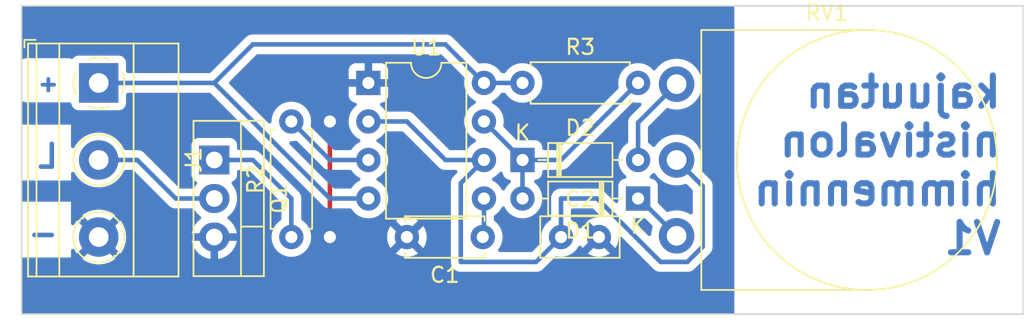
<source format=kicad_pcb>
(kicad_pcb (version 20221018) (generator pcbnew)
  (layers (0 "F.Cu" jumper) (31 "B.Cu" signal) (34 "B.Paste" user) (35 "F.Paste" user) (36 "B.SilkS" user "B.Silkscreen") (37 "F.SilkS" user "F.Silkscreen") (38 "B.Mask" user) (39 "F.Mask" user) (44 "Edge.Cuts" user))
  (net 0 "")
  (net 1 "Net-(U1-CV)")
  (net 2 "GND")
  (net 3 "Net-(U1-THR)")
  (net 4 "Net-(D1-K)")
  (net 5 "Net-(D1-A)")
  (net 6 "Net-(D2-A)")
  (net 7 "Net-(J1-Pin_2)")
  (net 8 "VCC")
  (net 9 "Net-(Q1-G)")
  (net 10 "Net-(U1-Q)")
  (footprint "Package_DIP:DIP-8_W7.62mm" (layer "F.Cu") (at 162.56 88.9)
    (fp_text reference "U1" (at 3.81 -2.33) (layer "F.SilkS"))
    (fp_text value "LM555xN")
    (fp_line (start 1.16 -1.33) (end 1.16 8.95) (stroke (width 0.12)) (layer "F.SilkS"))
    (fp_line (start 1.16 8.95) (end 6.46 8.95) (stroke (width 0.12)) (layer "F.SilkS"))
    (fp_line (start 2.81 -1.33) (end 1.16 -1.33) (stroke (width 0.12)) (layer "F.SilkS"))
    (fp_line (start 6.46 -1.33) (end 4.81 -1.33) (stroke (width 0.12)) (layer "F.SilkS"))
    (fp_line (start 6.46 8.95) (end 6.46 -1.33) (stroke (width 0.12)) (layer "F.SilkS"))
    (fp_arc (start 4.81 -1.33) (mid 3.81 -0.33) (end 2.81 -1.33) (stroke (width 0.12)) (layer "F.SilkS"))
    (pad "1" thru_hole rect (at 0 0) (size 1.6 1.6) (drill 0.8) (layers "*.Cu" "*.Mask") (net 2 "GND"))
    (pad "2" thru_hole oval (at 0 2.54) (size 1.6 1.6) (drill 0.8) (layers "*.Cu" "*.Mask") (net 3 "Net-(U1-THR)"))
    (pad "3" thru_hole oval (at 0 5.08) (size 1.6 1.6) (drill 0.8) (layers "*.Cu" "*.Mask") (net 10 "Net-(U1-Q)"))
    (pad "4" thru_hole oval (at 0 7.62) (size 1.6 1.6) (drill 0.8) (layers "*.Cu" "*.Mask") (net 8 "VCC"))
    (pad "5" thru_hole oval (at 7.62 7.62) (size 1.6 1.6) (drill 0.8) (layers "*.Cu" "*.Mask") (net 1 "Net-(U1-CV)"))
    (pad "6" thru_hole oval (at 7.62 5.08) (size 1.6 1.6) (drill 0.8) (layers "*.Cu" "*.Mask") (net 3 "Net-(U1-THR)"))
    (pad "7" thru_hole oval (at 7.62 2.54) (size 1.6 1.6) (drill 0.8) (layers "*.Cu" "*.Mask") (net 5 "Net-(D1-A)"))
    (pad "8" thru_hole oval (at 7.62 0) (size 1.6 1.6) (drill 0.8) (layers "*.Cu" "*.Mask") (net 8 "VCC"))
  )
  (footprint "Capacitor_THT:C_Disc_D5.0mm_W2.5mm_P5.00mm" (layer "F.Cu") (at 170.1 99.06 180)
    (fp_text reference "C1" (at 2.5 -2.5 180) (layer "F.SilkS"))
    (fp_text value "0.01µ")
    (fp_line (start -0.12 -1.37) (end -0.12 -1.055) (stroke (width 0.12)) (layer "F.SilkS"))
    (fp_line (start -0.12 -1.37) (end 5.12 -1.37) (stroke (width 0.12)) (layer "F.SilkS"))
    (fp_line (start -0.12 1.055) (end -0.12 1.37) (stroke (width 0.12)) (layer "F.SilkS"))
    (fp_line (start -0.12 1.37) (end 5.12 1.37) (stroke (width 0.12)) (layer "F.SilkS"))
    (fp_line (start 5.12 -1.37) (end 5.12 -1.055) (stroke (width 0.12)) (layer "F.SilkS"))
    (fp_line (start 5.12 1.055) (end 5.12 1.37) (stroke (width 0.12)) (layer "F.SilkS"))
    (pad "1" thru_hole circle (at 0 0 180) (size 1.6 1.6) (drill 0.8) (layers "*.Cu" "*.Mask") (net 1 "Net-(U1-CV)"))
    (pad "2" thru_hole circle (at 5 0 180) (size 1.6 1.6) (drill 0.8) (layers "*.Cu" "*.Mask") (net 2 "GND"))
  )
  (footprint "Resistor_THT:R_Axial_DIN0207_L6.3mm_D2.5mm_P7.62mm_Horizontal" (layer "F.Cu") (at 172.72 88.9)
    (fp_text reference "R3" (at 3.81 -2.37) (layer "F.SilkS"))
    (fp_text value "1K")
    (fp_line (start 0.54 -1.37) (end 7.08 -1.37) (stroke (width 0.12)) (layer "F.SilkS"))
    (fp_line (start 0.54 -1.04) (end 0.54 -1.37) (stroke (width 0.12)) (layer "F.SilkS"))
    (fp_line (start 0.54 1.04) (end 0.54 1.37) (stroke (width 0.12)) (layer "F.SilkS"))
    (fp_line (start 0.54 1.37) (end 7.08 1.37) (stroke (width 0.12)) (layer "F.SilkS"))
    (fp_line (start 7.08 -1.37) (end 7.08 -1.04) (stroke (width 0.12)) (layer "F.SilkS"))
    (fp_line (start 7.08 1.37) (end 7.08 1.04) (stroke (width 0.12)) (layer "F.SilkS"))
    (pad "1" thru_hole circle (at 0 0) (size 1.6 1.6) (drill 0.8) (layers "*.Cu" "*.Mask") (net 8 "VCC"))
    (pad "2" thru_hole oval (at 7.62 0) (size 1.6 1.6) (drill 0.8) (layers "*.Cu" "*.Mask") (net 5 "Net-(D1-A)"))
  )
  (footprint "TerminalBlock_Phoenix:TerminalBlock_Phoenix_MKDS-1,5-3-5.08_1x03_P5.08mm_Horizontal" (layer "F.Cu") (at 144.78 88.9 -90)
    (fp_text reference "J1" (at 5.08 -6.26 90) (layer "F.SilkS"))
    (fp_text value "Screw_Terminal_01x03")
    (fp_line (start -2.84 4.16) (end -2.84 4.9) (stroke (width 0.12)) (layer "F.SilkS"))
    (fp_line (start -2.84 4.9) (end -2.34 4.9) (stroke (width 0.12)) (layer "F.SilkS"))
    (fp_line (start -2.6 -5.261) (end -2.6 4.66) (stroke (width 0.12)) (layer "F.SilkS"))
    (fp_line (start -2.6 -5.261) (end 12.76 -5.261) (stroke (width 0.12)) (layer "F.SilkS"))
    (fp_line (start -2.6 -2.301) (end 12.76 -2.301) (stroke (width 0.12)) (layer "F.SilkS"))
    (fp_line (start -2.6 2.6) (end 12.76 2.6) (stroke (width 0.12)) (layer "F.SilkS"))
    (fp_line (start -2.6 4.1) (end 12.76 4.1) (stroke (width 0.12)) (layer "F.SilkS"))
    (fp_line (start -2.6 4.66) (end 12.76 4.66) (stroke (width 0.12)) (layer "F.SilkS"))
    (fp_line (start 3.853 1.023) (end 3.806 1.069) (stroke (width 0.12)) (layer "F.SilkS"))
    (fp_line (start 4.046 1.239) (end 4.011 1.274) (stroke (width 0.12)) (layer "F.SilkS"))
    (fp_line (start 6.15 -1.275) (end 6.115 -1.239) (stroke (width 0.12)) (layer "F.SilkS"))
    (fp_line (start 6.355 -1.069) (end 6.308 -1.023) (stroke (width 0.12)) (layer "F.SilkS"))
    (fp_line (start 8.933 1.023) (end 8.886 1.069) (stroke (width 0.12)) (layer "F.SilkS"))
    (fp_line (start 9.126 1.239) (end 9.091 1.274) (stroke (width 0.12)) (layer "F.SilkS"))
    (fp_line (start 11.23 -1.275) (end 11.195 -1.239) (stroke (width 0.12)) (layer "F.SilkS"))
    (fp_line (start 11.435 -1.069) (end 11.388 -1.023) (stroke (width 0.12)) (layer "F.SilkS"))
    (fp_line (start 12.76 -5.261) (end 12.76 4.66) (stroke (width 0.12)) (layer "F.SilkS"))
    (fp_arc (start -1.535427 0.683042) (mid -1.680501 -0.000524) (end -1.535 -0.684) (stroke (width 0.12)) (layer "F.SilkS"))
    (fp_arc (start -0.683042 -1.535427) (mid 0.000524 -1.680501) (end 0.684 -1.535) (stroke (width 0.12)) (layer "F.SilkS"))
    (fp_arc (start 0.028805 1.680253) (mid -0.335551 1.646659) (end -0.684 1.535) (stroke (width 0.12)) (layer "F.SilkS"))
    (fp_arc (start 0.683318 1.534756) (mid 0.349292 1.643288) (end 0 1.68) (stroke (width 0.12)) (layer "F.SilkS"))
    (fp_arc (start 1.535427 -0.683042) (mid 1.680501 0.000524) (end 1.535 0.684) (stroke (width 0.12)) (layer "F.SilkS"))
    (fp_circle (center 5.08 0) (end 6.76 0) (stroke (width 0.12)) (fill none) (layer "F.SilkS"))
    (fp_circle (center 10.16 0) (end 11.84 0) (stroke (width 0.12)) (fill none) (layer "F.SilkS"))
    (pad "1" thru_hole rect (at 0 0 270) (size 2.6 2.6) (drill 1.3) (layers "*.Cu" "*.Mask") (net 8 "VCC"))
    (pad "2" thru_hole circle (at 5.08 0 270) (size 2.6 2.6) (drill 1.3) (layers "*.Cu" "*.Mask") (net 7 "Net-(J1-Pin_2)"))
    (pad "3" thru_hole circle (at 10.16 0 270) (size 2.6 2.6) (drill 1.3) (layers "*.Cu" "*.Mask") (net 2 "GND"))
  )
  (footprint "Capacitor_THT:C_Disc_D5.0mm_W2.5mm_P2.50mm" (layer "F.Cu") (at 175.26 99.06)
    (fp_text reference "C2" (at 1.25 -2.5) (layer "F.SilkS"))
    (fp_text value "0.1µ")
    (fp_line (start -1.37 -1.37) (end -1.37 1.37) (stroke (width 0.12)) (layer "F.SilkS"))
    (fp_line (start -1.37 -1.37) (end 3.87 -1.37) (stroke (width 0.12)) (layer "F.SilkS"))
    (fp_line (start -1.37 1.37) (end 3.87 1.37) (stroke (width 0.12)) (layer "F.SilkS"))
    (fp_line (start 3.87 -1.37) (end 3.87 1.37) (stroke (width 0.12)) (layer "F.SilkS"))
    (pad "1" thru_hole circle (at 0 0) (size 1.6 1.6) (drill 0.8) (layers "*.Cu" "*.Mask") (net 3 "Net-(U1-THR)"))
    (pad "2" thru_hole circle (at 2.5 0) (size 1.6 1.6) (drill 0.8) (layers "*.Cu" "*.Mask") (net 2 "GND"))
  )
  (footprint "Diode_THT:D_DO-35_SOD27_P7.62mm_Horizontal" (layer "F.Cu") (at 180.34 96.52 180)
    (fp_text reference "D1" (at 3.81 -2.12) (layer "F.SilkS"))
    (fp_text value "1N4148")
    (fp_text user "K" (at 0 -1.8) (layer "F.SilkS"))
    (fp_line (start 1.04 0) (end 1.69 0) (stroke (width 0.12)) (layer "F.SilkS"))
    (fp_line (start 1.69 -1.12) (end 1.69 1.12) (stroke (width 0.12)) (layer "F.SilkS"))
    (fp_line (start 1.69 1.12) (end 5.93 1.12) (stroke (width 0.12)) (layer "F.SilkS"))
    (fp_line (start 2.29 -1.12) (end 2.29 1.12) (stroke (width 0.12)) (layer "F.SilkS"))
    (fp_line (start 2.41 -1.12) (end 2.41 1.12) (stroke (width 0.12)) (layer "F.SilkS"))
    (fp_line (start 2.53 -1.12) (end 2.53 1.12) (stroke (width 0.12)) (layer "F.SilkS"))
    (fp_line (start 5.93 -1.12) (end 1.69 -1.12) (stroke (width 0.12)) (layer "F.SilkS"))
    (fp_line (start 5.93 1.12) (end 5.93 -1.12) (stroke (width 0.12)) (layer "F.SilkS"))
    (fp_line (start 6.58 0) (end 5.93 0) (stroke (width 0.12)) (layer "F.SilkS"))
    (pad "1" thru_hole rect (at 0 0 180) (size 1.6 1.6) (drill 0.8) (layers "*.Cu" "*.Mask") (net 4 "Net-(D1-K)"))
    (pad "2" thru_hole oval (at 7.62 0 180) (size 1.6 1.6) (drill 0.8) (layers "*.Cu" "*.Mask") (net 5 "Net-(D1-A)"))
  )
  (footprint "Resistor_THT:R_Axial_DIN0207_L6.3mm_D2.5mm_P7.62mm_Horizontal" (layer "F.Cu") (at 157.48 99.06 90)
    (fp_text reference "R2" (at 3.81 -2.37 90) (layer "F.SilkS"))
    (fp_text value "1K")
    (fp_line (start 0.54 -1.37) (end 7.08 -1.37) (stroke (width 0.12)) (layer "F.SilkS"))
    (fp_line (start 0.54 -1.04) (end 0.54 -1.37) (stroke (width 0.12)) (layer "F.SilkS"))
    (fp_line (start 0.54 1.04) (end 0.54 1.37) (stroke (width 0.12)) (layer "F.SilkS"))
    (fp_line (start 0.54 1.37) (end 7.08 1.37) (stroke (width 0.12)) (layer "F.SilkS"))
    (fp_line (start 7.08 -1.37) (end 7.08 -1.04) (stroke (width 0.12)) (layer "F.SilkS"))
    (fp_line (start 7.08 1.37) (end 7.08 1.04) (stroke (width 0.12)) (layer "F.SilkS"))
    (pad "1" thru_hole circle (at 0 0 90) (size 1.6 1.6) (drill 0.8) (layers "*.Cu" "*.Mask") (net 9 "Net-(Q1-G)"))
    (pad "2" thru_hole oval (at 7.62 0 90) (size 1.6 1.6) (drill 0.8) (layers "*.Cu" "*.Mask") (net 10 "Net-(U1-Q)"))
  )
  (footprint "Potentiometer_THT:Potentiometer_Omeg_PC16BU_Vertical" (layer "F.Cu") (at 182.88 98.98)
    (fp_text reference "RV1" (at 9.915 -14.7) (layer "F.SilkS"))
    (fp_text value "50K")
    (fp_line (start 1.63 -13.57) (end 1.63 3.57) (stroke (width 0.12)) (layer "F.SilkS"))
    (fp_line (start 1.63 -13.57) (end 12.55 -13.57) (stroke (width 0.12)) (layer "F.SilkS"))
    (fp_line (start 1.63 3.57) (end 12.55 3.57) (stroke (width 0.12)) (layer "F.SilkS"))
    (fp_circle (center 12.55 -5) (end 21.12 -5) (stroke (width 0.12)) (fill none) (layer "F.SilkS"))
    (pad "1" thru_hole circle (at 0 0) (size 2.34 2.34) (drill 1.3) (layers "*.Cu" "*.Mask") (net 4 "Net-(D1-K)"))
    (pad "2" thru_hole circle (at 0 -5) (size 2.34 2.34) (drill 1.3) (layers "*.Cu" "*.Mask") (net 3 "Net-(U1-THR)"))
    (pad "3" thru_hole circle (at 0 -10) (size 2.34 2.34) (drill 1.3) (layers "*.Cu" "*.Mask") (net 6 "Net-(D2-A)"))
  )
  (footprint "Diode_THT:D_DO-35_SOD27_P7.62mm_Horizontal" (layer "F.Cu") (at 172.72 93.98)
    (fp_text reference "D2" (at 3.81 -2.12) (layer "F.SilkS"))
    (fp_text value "1N4148")
    (fp_text user "K" (at 0 -1.8) (layer "F.SilkS"))
    (fp_line (start 1.04 0) (end 1.69 0) (stroke (width 0.12)) (layer "F.SilkS"))
    (fp_line (start 1.69 -1.12) (end 1.69 1.12) (stroke (width 0.12)) (layer "F.SilkS"))
    (fp_line (start 1.69 1.12) (end 5.93 1.12) (stroke (width 0.12)) (layer "F.SilkS"))
    (fp_line (start 2.29 -1.12) (end 2.29 1.12) (stroke (width 0.12)) (layer "F.SilkS"))
    (fp_line (start 2.41 -1.12) (end 2.41 1.12) (stroke (width 0.12)) (layer "F.SilkS"))
    (fp_line (start 2.53 -1.12) (end 2.53 1.12) (stroke (width 0.12)) (layer "F.SilkS"))
    (fp_line (start 5.93 -1.12) (end 1.69 -1.12) (stroke (width 0.12)) (layer "F.SilkS"))
    (fp_line (start 5.93 1.12) (end 5.93 -1.12) (stroke (width 0.12)) (layer "F.SilkS"))
    (fp_line (start 6.58 0) (end 5.93 0) (stroke (width 0.12)) (layer "F.SilkS"))
    (pad "1" thru_hole rect (at 0 0) (size 1.6 1.6) (drill 0.8) (layers "*.Cu" "*.Mask") (net 5 "Net-(D1-A)"))
    (pad "2" thru_hole oval (at 7.62 0) (size 1.6 1.6) (drill 0.8) (layers "*.Cu" "*.Mask") (net 6 "Net-(D2-A)"))
  )
  (footprint "Package_TO_SOT_THT:TO-220-3_Vertical" (layer "F.Cu") (at 152.4 93.98 -90)
    (fp_text reference "Q1" (at 2.54 -4.27 90) (layer "F.SilkS"))
    (fp_text value "IRLZ34N")
    (fp_line (start -2.58 -3.27) (end -2.58 1.371) (stroke (width 0.12)) (layer "F.SilkS"))
    (fp_line (start -2.58 -3.27) (end 7.66 -3.27) (stroke (width 0.12)) (layer "F.SilkS"))
    (fp_line (start -2.58 -1.76) (end 7.66 -1.76) (stroke (width 0.12)) (layer "F.SilkS"))
    (fp_line (start -2.58 1.371) (end 7.66 1.371) (stroke (width 0.12)) (layer "F.SilkS"))
    (fp_line (start 0.69 -3.27) (end 0.69 -1.76) (stroke (width 0.12)) (layer "F.SilkS"))
    (fp_line (start 4.391 -3.27) (end 4.391 -1.76) (stroke (width 0.12)) (layer "F.SilkS"))
    (fp_line (start 7.66 -3.27) (end 7.66 1.371) (stroke (width 0.12)) (layer "F.SilkS"))
    (pad "1" thru_hole rect (at 0 0 270) (size 1.905 2) (drill 1.1) (layers "*.Cu" "*.Mask") (net 9 "Net-(Q1-G)"))
    (pad "2" thru_hole oval (at 2.54 0 270) (size 1.905 2) (drill 1.1) (layers "*.Cu" "*.Mask") (net 7 "Net-(J1-Pin_2)"))
    (pad "3" thru_hole oval (at 5.08 0 270) (size 1.905 2) (drill 1.1) (layers "*.Cu" "*.Mask") (net 2 "GND"))
  )
  (gr_rect (start 139.7 83.82) (end 205.74 104.14) (stroke (width 0.1)) (fill none) (layer "Edge.Cuts"))
  (gr_text "L" (at 142.24 94.615) (layer "B.Cu") (effects (font (size 1.5 1.5) (thickness 0.3) bold) (justify left bottom mirror)))
  (gr_text "+" (at 142.24 89.535) (layer "B.Cu") (effects (font (size 1 1) (thickness 0.25) bold) (justify left bottom mirror)))
  (gr_text "-" (at 142.24 99.695) (layer "B.Cu") (effects (font (size 1.5 1.5) (thickness 0.3) bold) (justify left bottom mirror)))
  (gr_text "kajuutan\nnistivalon\nhimmennin\nV1" (at 204.47 100.33) (layer "B.Cu") (effects (font (size 2 2) (thickness 0.4) bold) (justify left bottom mirror)))
  (segment (start 170.18 99.06) (end 170.18 96.52) (width 0.3) (layer "B.Cu") (net 1))
  (segment (start 170.1 99.06) (end 170.18 99.06) (width 0.3) (layer "B.Cu") (net 1))
  (segment (start 160.02 99.06) (end 160.02 91.44) (width 0.3) (layer "F.Cu") (net 2))
  (via (at 160.02 99.06) (size 1.2) (drill 0.8) (layers "F.Cu" "B.Cu") (net 2))
  (via (at 160.02 91.44) (size 1.2) (drill 0.8) (layers "F.Cu" "B.Cu") (net 2))
  (segment (start 175.26 99.06) (end 175.26 96.52) (width 0.3) (layer "B.Cu") (net 3))
  (segment (start 168.649189 100.7) (end 173.62 100.7) (width 0.3) (layer "B.Cu") (net 3))
  (segment (start 165.1 91.44) (end 167.64 93.98) (width 0.3) (layer "B.Cu") (net 3))
  (segment (start 173.62 100.7) (end 175.26 99.06) (width 0.3) (layer "B.Cu") (net 3))
  (segment (start 183.592448 100.7) (end 184.6 99.692448) (width 0.3) (layer "B.Cu") (net 3))
  (segment (start 175.26 96.52) (end 177.64 96.52) (width 0.3) (layer "B.Cu") (net 3))
  (segment (start 167.64 93.98) (end 170.18 93.98) (width 0.3) (layer "B.Cu") (net 3))
  (segment (start 168.649189 95.510811) (end 168.649189 100.7) (width 0.3) (layer "B.Cu") (net 3))
  (segment (start 162.56 91.44) (end 165.1 91.44) (width 0.3) (layer "B.Cu") (net 3))
  (segment (start 184.6 99.692448) (end 184.6 95.7) (width 0.3) (layer "B.Cu") (net 3))
  (segment (start 177.64 96.52) (end 181.82 100.7) (width 0.3) (layer "B.Cu") (net 3))
  (segment (start 184.6 95.7) (end 182.88 93.98) (width 0.3) (layer "B.Cu") (net 3))
  (segment (start 181.82 100.7) (end 183.592448 100.7) (width 0.3) (layer "B.Cu") (net 3))
  (segment (start 170.18 93.98) (end 168.649189 95.510811) (width 0.3) (layer "B.Cu") (net 3))
  (segment (start 180.34 96.52) (end 180.42 96.52) (width 0.3) (layer "B.Cu") (net 4))
  (segment (start 180.42 96.52) (end 182.88 98.98) (width 0.3) (layer "B.Cu") (net 4))
  (segment (start 172.72 93.98) (end 175.26 93.98) (width 0.3) (layer "B.Cu") (net 5))
  (segment (start 175.26 93.98) (end 180.34 88.9) (width 0.3) (layer "B.Cu") (net 5))
  (segment (start 170.18 91.44) (end 172.72 93.98) (width 0.3) (layer "B.Cu") (net 5))
  (segment (start 172.72 93.98) (end 172.72 96.52) (width 0.3) (layer "B.Cu") (net 5))
  (segment (start 180.34 93.98) (end 180.34 91.52) (width 0.3) (layer "B.Cu") (net 6))
  (segment (start 180.34 91.52) (end 182.88 88.98) (width 0.3) (layer "B.Cu") (net 6))
  (segment (start 144.78 93.98) (end 147.32 93.98) (width 0.3) (layer "B.Cu") (net 7))
  (segment (start 149.86 96.52) (end 152.4 96.52) (width 0.3) (layer "B.Cu") (net 7))
  (segment (start 147.32 93.98) (end 149.86 96.52) (width 0.3) (layer "B.Cu") (net 7))
  (segment (start 152.4 88.9) (end 144.78 88.9) (width 0.3) (layer "B.Cu") (net 8))
  (segment (start 160.02 96.52) (end 152.4 88.9) (width 0.3) (layer "B.Cu") (net 8))
  (segment (start 152.4 88.9) (end 154.94 86.36) (width 0.3) (layer "B.Cu") (net 8))
  (segment (start 167.64 86.36) (end 170.18 88.9) (width 0.3) (layer "B.Cu") (net 8))
  (segment (start 162.56 96.52) (end 160.02 96.52) (width 0.3) (layer "B.Cu") (net 8))
  (segment (start 154.94 86.36) (end 167.64 86.36) (width 0.3) (layer "B.Cu") (net 8))
  (segment (start 170.18 88.9) (end 172.72 88.9) (width 0.3) (layer "B.Cu") (net 8))
  (segment (start 154.94 93.98) (end 157.48 96.52) (width 0.3) (layer "B.Cu") (net 9))
  (segment (start 157.48 96.52) (end 157.48 99.06) (width 0.3) (layer "B.Cu") (net 9))
  (segment (start 152.4 93.98) (end 154.94 93.98) (width 0.3) (layer "B.Cu") (net 9))
  (segment (start 157.48 91.44) (end 160.02 93.98) (width 0.3) (layer "B.Cu") (net 10))
  (segment (start 160.02 93.98) (end 162.56 93.98) (width 0.3) (layer "B.Cu") (net 10))
  (zone (net 2) (net_name "GND") (layer "B.Cu") (connect_pads (clearance 0.5)) (min_thickness 0.25) (fill yes (thermal_gap 0.5) (thermal_bridge_width 0.5) (island_removal_mode 1) (island_area_min 10))
    (polygon (pts (xy 139.7 83.82) (xy 186.69 83.82) (xy 186.69 104.14) (xy 139.7 104.14)))
  )
)
</source>
